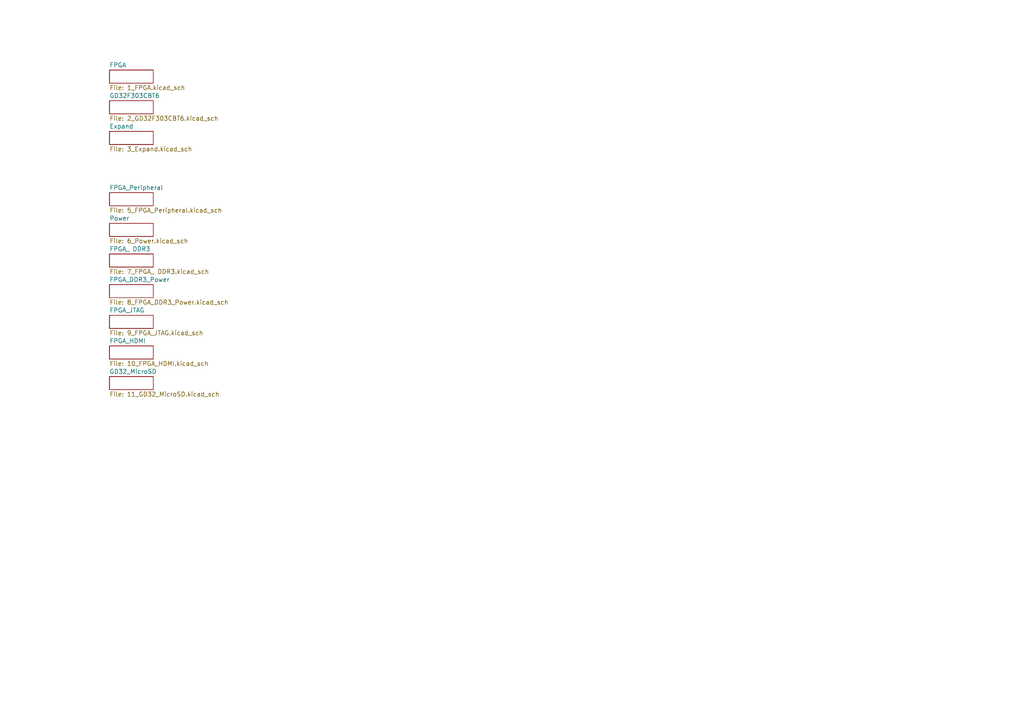
<source format=kicad_sch>
(kicad_sch
	(version 20250114)
	(generator "eeschema")
	(generator_version "9.0")
	(uuid "8fe905b3-aaa2-4d72-841e-0a15bbee97c2")
	(paper "A4")
	(lib_symbols)
	(sheet
		(at 31.75 20.32)
		(size 12.7 3.81)
		(exclude_from_sim no)
		(in_bom yes)
		(on_board yes)
		(dnp no)
		(fields_autoplaced yes)
		(stroke
			(width 0)
			(type solid)
		)
		(fill
			(color 0 0 0 0.0000)
		)
		(uuid "290bdfea-879a-4bc7-ace6-7a7d7e294a7a")
		(property "Sheetname" "FPGA"
			(at 31.75 19.6084 0)
			(effects
				(font
					(size 1.27 1.27)
				)
				(justify left bottom)
			)
		)
		(property "Sheetfile" "1_FPGA.kicad_sch"
			(at 31.75 24.7146 0)
			(effects
				(font
					(size 1.27 1.27)
				)
				(justify left top)
			)
		)
		(instances
			(project "li-chuang-luo-ji-pai-g1-kai-fa-ban2025-03-24"
				(path "/8fe905b3-aaa2-4d72-841e-0a15bbee97c2"
					(page "1")
				)
			)
		)
	)
	(sheet
		(at 31.75 55.88)
		(size 12.7 3.81)
		(exclude_from_sim no)
		(in_bom yes)
		(on_board yes)
		(dnp no)
		(fields_autoplaced yes)
		(stroke
			(width 0)
			(type solid)
		)
		(fill
			(color 0 0 0 0.0000)
		)
		(uuid "4b5c10bd-1a32-481b-abe9-a4b5c6c6ad44")
		(property "Sheetname" "FPGA_Peripheral"
			(at 31.75 55.1684 0)
			(effects
				(font
					(size 1.27 1.27)
				)
				(justify left bottom)
			)
		)
		(property "Sheetfile" "5_FPGA_Peripheral.kicad_sch"
			(at 31.75 60.2746 0)
			(effects
				(font
					(size 1.27 1.27)
				)
				(justify left top)
			)
		)
		(instances
			(project "li-chuang-luo-ji-pai-g1-kai-fa-ban2025-03-24"
				(path "/8fe905b3-aaa2-4d72-841e-0a15bbee97c2"
					(page "5")
				)
			)
		)
	)
	(sheet
		(at 31.75 109.22)
		(size 12.7 3.81)
		(exclude_from_sim no)
		(in_bom yes)
		(on_board yes)
		(dnp no)
		(fields_autoplaced yes)
		(stroke
			(width 0)
			(type solid)
		)
		(fill
			(color 0 0 0 0.0000)
		)
		(uuid "642056aa-b3d6-4297-bf47-1f30695136ba")
		(property "Sheetname" "GD32_MicroSD"
			(at 31.75 108.5084 0)
			(effects
				(font
					(size 1.27 1.27)
				)
				(justify left bottom)
			)
		)
		(property "Sheetfile" "11_GD32_MicroSD.kicad_sch"
			(at 31.75 113.6146 0)
			(effects
				(font
					(size 1.27 1.27)
				)
				(justify left top)
			)
		)
		(instances
			(project "li-chuang-luo-ji-pai-g1-kai-fa-ban2025-03-24"
				(path "/8fe905b3-aaa2-4d72-841e-0a15bbee97c2"
					(page "11")
				)
			)
		)
	)
	(sheet
		(at 31.75 29.21)
		(size 12.7 3.81)
		(exclude_from_sim no)
		(in_bom yes)
		(on_board yes)
		(dnp no)
		(fields_autoplaced yes)
		(stroke
			(width 0)
			(type solid)
		)
		(fill
			(color 0 0 0 0.0000)
		)
		(uuid "6dba0a1d-3118-40ab-8c86-b4654ee31f07")
		(property "Sheetname" "GD32F303CBT6"
			(at 31.75 28.4984 0)
			(effects
				(font
					(size 1.27 1.27)
				)
				(justify left bottom)
			)
		)
		(property "Sheetfile" "2_GD32F303CBT6.kicad_sch"
			(at 31.75 33.6046 0)
			(effects
				(font
					(size 1.27 1.27)
				)
				(justify left top)
			)
		)
		(instances
			(project "li-chuang-luo-ji-pai-g1-kai-fa-ban2025-03-24"
				(path "/8fe905b3-aaa2-4d72-841e-0a15bbee97c2"
					(page "2")
				)
			)
		)
	)
	(sheet
		(at 31.75 73.66)
		(size 12.7 3.81)
		(exclude_from_sim no)
		(in_bom yes)
		(on_board yes)
		(dnp no)
		(fields_autoplaced yes)
		(stroke
			(width 0)
			(type solid)
		)
		(fill
			(color 0 0 0 0.0000)
		)
		(uuid "990af273-10b6-442f-946f-502707fa716f")
		(property "Sheetname" "FPGA_ DDR3"
			(at 31.75 72.9484 0)
			(effects
				(font
					(size 1.27 1.27)
				)
				(justify left bottom)
			)
		)
		(property "Sheetfile" "7_FPGA_ DDR3.kicad_sch"
			(at 31.75 78.0546 0)
			(effects
				(font
					(size 1.27 1.27)
				)
				(justify left top)
			)
		)
		(instances
			(project "li-chuang-luo-ji-pai-g1-kai-fa-ban2025-03-24"
				(path "/8fe905b3-aaa2-4d72-841e-0a15bbee97c2"
					(page "7")
				)
			)
		)
	)
	(sheet
		(at 31.75 38.1)
		(size 12.7 3.81)
		(exclude_from_sim no)
		(in_bom yes)
		(on_board yes)
		(dnp no)
		(fields_autoplaced yes)
		(stroke
			(width 0)
			(type solid)
		)
		(fill
			(color 0 0 0 0.0000)
		)
		(uuid "b5f98ea7-72a0-4fd2-8d8d-02baa09c9daa")
		(property "Sheetname" "Expand"
			(at 31.75 37.3884 0)
			(effects
				(font
					(size 1.27 1.27)
				)
				(justify left bottom)
			)
		)
		(property "Sheetfile" "3_Expand.kicad_sch"
			(at 31.75 42.4946 0)
			(effects
				(font
					(size 1.27 1.27)
				)
				(justify left top)
			)
		)
		(instances
			(project "li-chuang-luo-ji-pai-g1-kai-fa-ban2025-03-24"
				(path "/8fe905b3-aaa2-4d72-841e-0a15bbee97c2"
					(page "3")
				)
			)
		)
	)
	(sheet
		(at 31.75 82.55)
		(size 12.7 3.81)
		(exclude_from_sim no)
		(in_bom yes)
		(on_board yes)
		(dnp no)
		(fields_autoplaced yes)
		(stroke
			(width 0)
			(type solid)
		)
		(fill
			(color 0 0 0 0.0000)
		)
		(uuid "cfd28671-f06f-4dea-941f-97ea68203916")
		(property "Sheetname" "FPGA_DDR3_Power"
			(at 31.75 81.8384 0)
			(effects
				(font
					(size 1.27 1.27)
				)
				(justify left bottom)
			)
		)
		(property "Sheetfile" "8_FPGA_DDR3_Power.kicad_sch"
			(at 31.75 86.9446 0)
			(effects
				(font
					(size 1.27 1.27)
				)
				(justify left top)
			)
		)
		(instances
			(project "li-chuang-luo-ji-pai-g1-kai-fa-ban2025-03-24"
				(path "/8fe905b3-aaa2-4d72-841e-0a15bbee97c2"
					(page "8")
				)
			)
		)
	)
	(sheet
		(at 31.75 91.44)
		(size 12.7 3.81)
		(exclude_from_sim no)
		(in_bom yes)
		(on_board yes)
		(dnp no)
		(fields_autoplaced yes)
		(stroke
			(width 0)
			(type solid)
		)
		(fill
			(color 0 0 0 0.0000)
		)
		(uuid "d29f3df9-78e5-497a-8a94-ba0ab762c6a4")
		(property "Sheetname" "FPGA_JTAG"
			(at 31.75 90.7284 0)
			(effects
				(font
					(size 1.27 1.27)
				)
				(justify left bottom)
			)
		)
		(property "Sheetfile" "9_FPGA_JTAG.kicad_sch"
			(at 31.75 95.8346 0)
			(effects
				(font
					(size 1.27 1.27)
				)
				(justify left top)
			)
		)
		(instances
			(project "li-chuang-luo-ji-pai-g1-kai-fa-ban2025-03-24"
				(path "/8fe905b3-aaa2-4d72-841e-0a15bbee97c2"
					(page "9")
				)
			)
		)
	)
	(sheet
		(at 31.75 64.77)
		(size 12.7 3.81)
		(exclude_from_sim no)
		(in_bom yes)
		(on_board yes)
		(dnp no)
		(fields_autoplaced yes)
		(stroke
			(width 0)
			(type solid)
		)
		(fill
			(color 0 0 0 0.0000)
		)
		(uuid "e91ef284-dbde-48db-ba9f-002907845310")
		(property "Sheetname" "Power"
			(at 31.75 64.0584 0)
			(effects
				(font
					(size 1.27 1.27)
				)
				(justify left bottom)
			)
		)
		(property "Sheetfile" "6_Power.kicad_sch"
			(at 31.75 69.1646 0)
			(effects
				(font
					(size 1.27 1.27)
				)
				(justify left top)
			)
		)
		(instances
			(project "li-chuang-luo-ji-pai-g1-kai-fa-ban2025-03-24"
				(path "/8fe905b3-aaa2-4d72-841e-0a15bbee97c2"
					(page "6")
				)
			)
		)
	)
	(sheet
		(at 31.75 100.33)
		(size 12.7 3.81)
		(exclude_from_sim no)
		(in_bom yes)
		(on_board yes)
		(dnp no)
		(fields_autoplaced yes)
		(stroke
			(width 0)
			(type solid)
		)
		(fill
			(color 0 0 0 0.0000)
		)
		(uuid "f8fc62f6-c7c2-4f97-bd9c-82b6f87a1113")
		(property "Sheetname" "FPGA_HDMI"
			(at 31.75 99.6184 0)
			(effects
				(font
					(size 1.27 1.27)
				)
				(justify left bottom)
			)
		)
		(property "Sheetfile" "10_FPGA_HDMI.kicad_sch"
			(at 31.75 104.7246 0)
			(effects
				(font
					(size 1.27 1.27)
				)
				(justify left top)
			)
		)
		(instances
			(project "li-chuang-luo-ji-pai-g1-kai-fa-ban2025-03-24"
				(path "/8fe905b3-aaa2-4d72-841e-0a15bbee97c2"
					(page "10")
				)
			)
		)
	)
)

</source>
